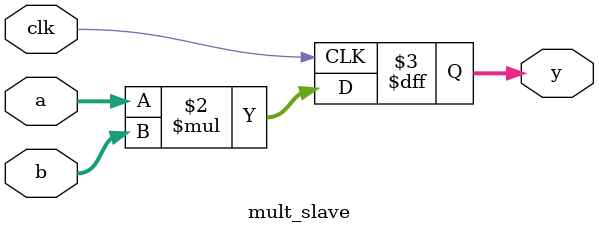
<source format=sv>
`timescale 1ns / 1ps

module mult_slave (
    input clk,
    input [31:0] a,
    input [31:0] b,
    output logic [31:0] y
);

always@(posedge clk)
begin
    y <= a * b;
end

endmodule
</source>
